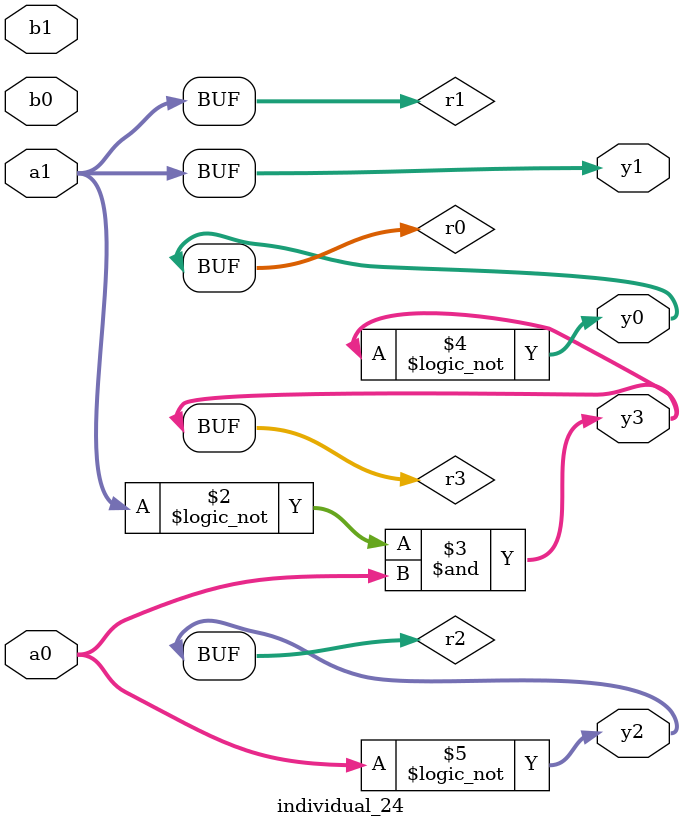
<source format=sv>
module individual_24(input logic [15:0] a1, input logic [15:0] a0, input logic [15:0] b1, input logic [15:0] b0, output logic [15:0] y3, output logic [15:0] y2, output logic [15:0] y1, output logic [15:0] y0);
logic [15:0] r0, r1, r2, r3; 
 always@(*) begin 
	 r0 = a0; r1 = a1; r2 = b0; r3 = b1; 
 	 r3 = ! r1 ;
 	 r3  &=  r0 ;
 	 r0 = ! r3 ;
 	 r2 = ! a0 ;
 	 y3 = r3; y2 = r2; y1 = r1; y0 = r0; 
end
endmodule
</source>
